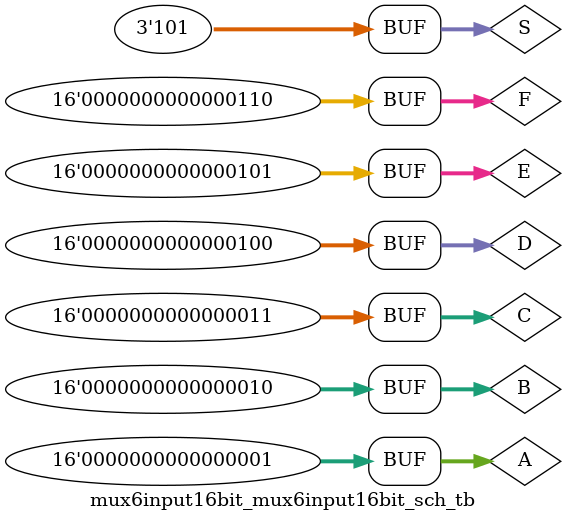
<source format=v>

`timescale 1ns / 1ps

module mux6input16bit_mux6input16bit_sch_tb();

// Inputs
   reg [15:0] A;
   reg [15:0] B;
   reg [15:0] C;
   reg [15:0] D;
   reg [15:0] E;
   reg [15:0] F;
   reg [2:0] S;

// Output
   wire [15:0] O;

// Bidirs

// Instantiate the UUT
   mux6input16bit UUT (
		.A(A), 
		.B(B), 
		.C(C), 
		.D(D), 
		.E(E), 
		.F(F), 
		.S(S), 
		.O(O)
   );
// Initialize Inputs

	initial begin
		A = 1;
		B = 2;
		C = 3;
		D = 4;
		E = 5;
		F = 6;
		S = 0;
		#10
		repeat(6) begin
			#50
			if(S==0&&O==A)
				$display("pass");
			else if(S==1&&O==B)
				$display("pass");
			else if(S==2&&O==C)
				$display("pass");
			else if(S==3&&O==D)
				$display("pass");
			else if(S==4&&O==E)
				$display("pass");
			else if(S==5&&O==F)
				$display("pass");
			else
				$display("fail");
			if(S<5)
				S=S+1;
			
		end
   end
endmodule

</source>
